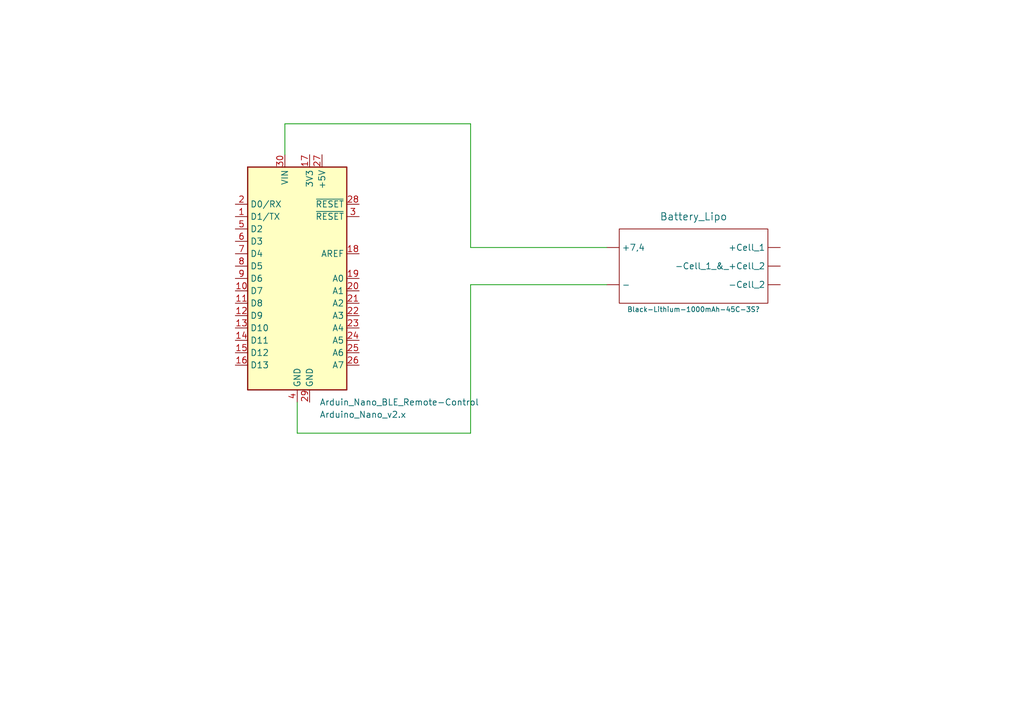
<source format=kicad_sch>
(kicad_sch (version 20211123) (generator eeschema)
  (paper "A5")
  (title_block (title "Remote Control") (date "2023-01-26") (company "Elisa Aerospace Bordeaux") (comment 3 "Created under arduino nano BLE and paired with a Spider Bot") (comment 4 "Electrical diagram of a remote control"))
  (lib_symbols
    (symbol "MCU_Module:Arduino_Nano_v2.x"
      (property "Reference" "A" (at -10.16 23.495 0))
      (property "Value" "Arduino_Nano_v2.x" (at 5.08 -24.13 0))
      (symbol "Arduino_Nano_v2.x_0_1"
        (rectangle (start -10.16 22.86) (end 10.16 -22.86) (stroke (width 0.254)) (fill (type background)))
      )
      (symbol "Arduino_Nano_v2.x_1_1"
        (pin bidirectional line (at -12.7 12.7 0) (length 2.54) (name "D1/TX") (number "1"))
        (pin bidirectional line (at -12.7 -2.54 0) (length 2.54) (name "D7") (number "10"))
        (pin bidirectional line (at -12.7 -5.08 0) (length 2.54) (name "D8") (number "11"))
        (pin bidirectional line (at -12.7 -7.62 0) (length 2.54) (name "D9") (number "12"))
        (pin bidirectional line (at -12.7 -10.16 0) (length 2.54) (name "D10") (number "13"))
        (pin bidirectional line (at -12.7 -12.7 0) (length 2.54) (name "D11") (number "14"))
        (pin bidirectional line (at -12.7 -15.24 0) (length 2.54) (name "D12") (number "15"))
        (pin bidirectional line (at -12.7 -17.78 0) (length 2.54) (name "D13") (number "16"))
        (pin power_out line (at 2.54 25.4 270) (length 2.54) (name "3V3") (number "17"))
        (pin input line (at 12.7 5.08 180) (length 2.54) (name "AREF") (number "18"))
        (pin bidirectional line (at 12.7 0 180) (length 2.54) (name "A0") (number "19"))
        (pin bidirectional line (at -12.7 15.24 0) (length 2.54) (name "D0/RX") (number "2"))
        (pin bidirectional line (at 12.7 -2.54 180) (length 2.54) (name "A1") (number "20"))
        (pin bidirectional line (at 12.7 -5.08 180) (length 2.54) (name "A2") (number "21"))
        (pin bidirectional line (at 12.7 -7.62 180) (length 2.54) (name "A3") (number "22"))
        (pin bidirectional line (at 12.7 -10.16 180) (length 2.54) (name "A4") (number "23"))
        (pin bidirectional line (at 12.7 -12.7 180) (length 2.54) (name "A5") (number "24"))
        (pin bidirectional line (at 12.7 -15.24 180) (length 2.54) (name "A6") (number "25"))
        (pin bidirectional line (at 12.7 -17.78 180) (length 2.54) (name "A7") (number "26"))
        (pin power_out line (at 5.08 25.4 270) (length 2.54) (name "+5V") (number "27"))
        (pin input line (at 12.7 15.24 180) (length 2.54) (name "~{RESET}") (number "28"))
        (pin power_in line (at 2.54 -25.4 90) (length 2.54) (name "GND") (number "29"))
        (pin input line (at 12.7 12.7 180) (length 2.54) (name "~{RESET}") (number "3"))
        (pin power_in line (at -2.54 25.4 270) (length 2.54) (name "VIN") (number "30"))
        (pin power_in line (at 0 -25.4 90) (length 2.54) (name "GND") (number "4"))
        (pin bidirectional line (at -12.7 10.16 0) (length 2.54) (name "D2") (number "5"))
        (pin bidirectional line (at -12.7 7.62 0) (length 2.54) (name "D3") (number "6"))
        (pin bidirectional line (at -12.7 5.08 0) (length 2.54) (name "D4") (number "7"))
        (pin bidirectional line (at -12.7 2.54 0) (length 2.54) (name "D5") (number "8"))
        (pin bidirectional line (at -12.7 0 0) (length 2.54) (name "D6") (number "9"))
      )
    )
    (symbol "Mylib:Battery_Lipo"
      (property "Reference" "Black-Lithium-1000mAh-45C-3S" (at 0 -8.89 0))
      (property "Value" "Battery_Lipo" (at 0 10.16 0))
      (symbol "Battery_Lipo_0_1"
        (rectangle (start -15.24 7.62) (end 15.24 -7.62))
      )
      (symbol "Battery_Lipo_1_1"
        (pin power_out line (at -17.78 3.81 0) (length 2.54) (name "+7,4") (number ""))
        (pin input line (at 17.78 3.81 180) (length 2.54) (name "+Cell_1") (number ""))
        (pin input line (at -17.78 -3.81 0) (length 2.54) (name "-") (number ""))
        (pin input line (at 17.78 0 180) (length 2.54) (name "-Cell_1_&_+Cell_2") (number ""))
        (pin input line (at 17.78 -3.81 180) (length 2.54) (name "-Cell_2") (number ""))
      )
    )
  )
  (wire (pts (xy 124.46 50.8) (xy 96.52 50.8)))
  (wire (pts (xy 96.52 58.42) (xy 96.52 88.9)))
  (wire (pts (xy 58.42 25.4) (xy 58.42 31.75)))
  (wire (pts (xy 96.52 25.4) (xy 58.42 25.4)))
  (wire (pts (xy 96.52 88.9) (xy 60.96 88.9)))
  (wire (pts (xy 124.46 58.42) (xy 96.52 58.42)))
  (wire (pts (xy 60.96 88.9) (xy 60.96 82.55)))
  (wire (pts (xy 96.52 50.8) (xy 96.52 25.4)))
  (symbol (lib_id "MCU_Module:Arduino_Nano_v2.x") (at 60.96 57.15 0) (unit 1)
    (property "Reference" "Arduin_Nano_BLE_Remote-Control" (at 65.5194 82.55 0) (effects (justify left)))
    (property "Value" "Arduino_Nano_v2.x" (at 65.5194 85.09 0) (effects (justify left)))
    (property "Footprint" "Module:Arduino_Nano" (effects hide))
    (property "Datasheet" "https://www.arduino.cc/en/uploads/Main/ArduinoNanoManual23.pdf" (effects hide))
  )
  (symbol (lib_id "Mylib:Battery_Lipo") (at 142.24 54.61 0) (unit 1)
    (property "Reference" "Black-Lithium-1000mAh-45C-3S?" (at 142.24 63.5 0) (effects (font (size 1 1))))
    (property "Value" "Battery_Lipo" (at 142.24 44.45 0) (effects (font (size 1.5 1.5))))
  )
)
</source>
